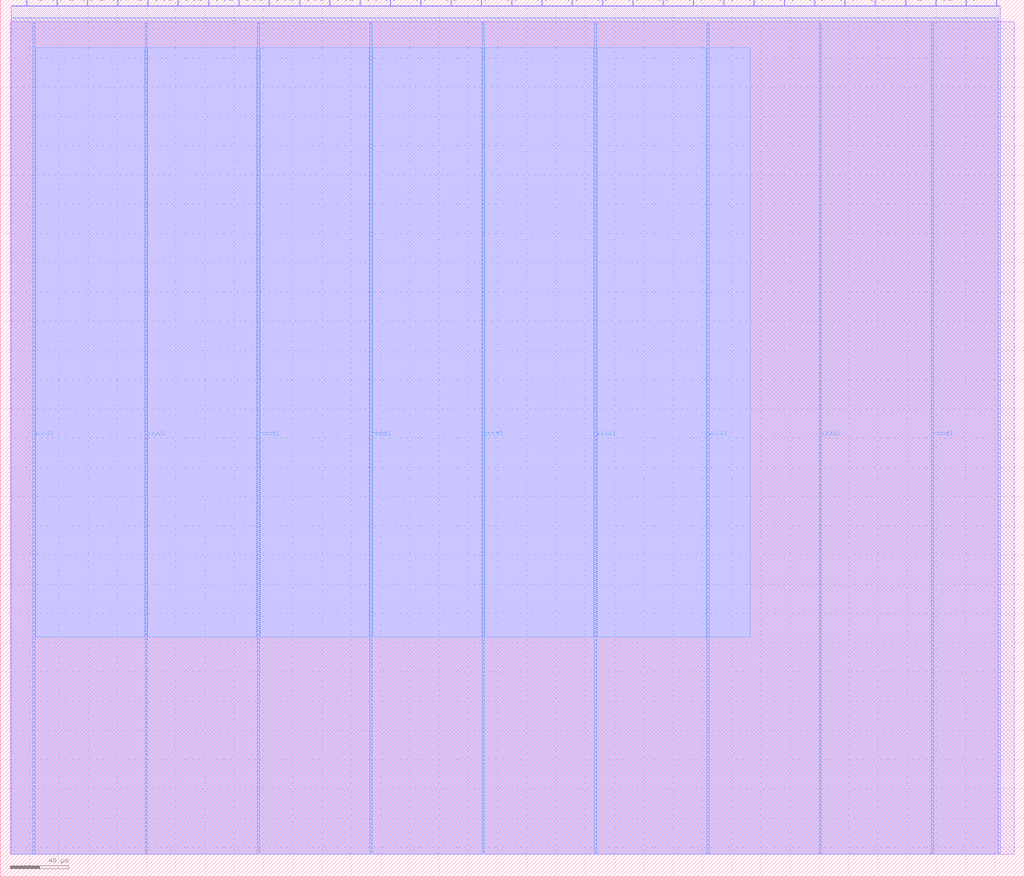
<source format=lef>
VERSION 5.7 ;
  NOWIREEXTENSIONATPIN ON ;
  DIVIDERCHAR "/" ;
  BUSBITCHARS "[]" ;
MACRO matrix_multiply
  CLASS BLOCK ;
  FOREIGN matrix_multiply ;
  ORIGIN 0.000 0.000 ;
  SIZE 700.000 BY 600.000 ;
  PIN clk
    DIRECTION INPUT ;
    USE SIGNAL ;
    PORT
      LAYER Metal2 ;
        RECT 660.240 596.000 660.800 600.000 ;
    END
  END clk
  PIN execute
    DIRECTION INPUT ;
    USE SIGNAL ;
    PORT
      LAYER Metal2 ;
        RECT 680.960 596.000 681.520 600.000 ;
    END
  END execute
  PIN input_val[0]
    DIRECTION INPUT ;
    USE SIGNAL ;
    PORT
      LAYER Metal2 ;
        RECT 80.080 596.000 80.640 600.000 ;
    END
  END input_val[0]
  PIN input_val[1]
    DIRECTION INPUT ;
    USE SIGNAL ;
    PORT
      LAYER Metal2 ;
        RECT 100.800 596.000 101.360 600.000 ;
    END
  END input_val[1]
  PIN input_val[2]
    DIRECTION INPUT ;
    USE SIGNAL ;
    PORT
      LAYER Metal2 ;
        RECT 121.520 596.000 122.080 600.000 ;
    END
  END input_val[2]
  PIN input_val[3]
    DIRECTION INPUT ;
    USE SIGNAL ;
    PORT
      LAYER Metal2 ;
        RECT 142.240 596.000 142.800 600.000 ;
    END
  END input_val[3]
  PIN input_val[4]
    DIRECTION INPUT ;
    USE SIGNAL ;
    PORT
      LAYER Metal2 ;
        RECT 162.960 596.000 163.520 600.000 ;
    END
  END input_val[4]
  PIN input_val[5]
    DIRECTION INPUT ;
    USE SIGNAL ;
    PORT
      LAYER Metal2 ;
        RECT 183.680 596.000 184.240 600.000 ;
    END
  END input_val[5]
  PIN input_val[6]
    DIRECTION INPUT ;
    USE SIGNAL ;
    PORT
      LAYER Metal2 ;
        RECT 204.400 596.000 204.960 600.000 ;
    END
  END input_val[6]
  PIN input_val[7]
    DIRECTION INPUT ;
    USE SIGNAL ;
    PORT
      LAYER Metal2 ;
        RECT 225.120 596.000 225.680 600.000 ;
    END
  END input_val[7]
  PIN reset
    DIRECTION INPUT ;
    USE SIGNAL ;
    PORT
      LAYER Metal2 ;
        RECT 598.080 596.000 598.640 600.000 ;
    END
  END reset
  PIN result[0]
    DIRECTION OUTPUT TRISTATE ;
    USE SIGNAL ;
    PORT
      LAYER Metal2 ;
        RECT 245.840 596.000 246.400 600.000 ;
    END
  END result[0]
  PIN result[10]
    DIRECTION OUTPUT TRISTATE ;
    USE SIGNAL ;
    PORT
      LAYER Metal2 ;
        RECT 453.040 596.000 453.600 600.000 ;
    END
  END result[10]
  PIN result[11]
    DIRECTION OUTPUT TRISTATE ;
    USE SIGNAL ;
    PORT
      LAYER Metal2 ;
        RECT 473.760 596.000 474.320 600.000 ;
    END
  END result[11]
  PIN result[12]
    DIRECTION OUTPUT TRISTATE ;
    USE SIGNAL ;
    PORT
      LAYER Metal2 ;
        RECT 494.480 596.000 495.040 600.000 ;
    END
  END result[12]
  PIN result[13]
    DIRECTION OUTPUT TRISTATE ;
    USE SIGNAL ;
    PORT
      LAYER Metal2 ;
        RECT 515.200 596.000 515.760 600.000 ;
    END
  END result[13]
  PIN result[14]
    DIRECTION OUTPUT TRISTATE ;
    USE SIGNAL ;
    PORT
      LAYER Metal2 ;
        RECT 535.920 596.000 536.480 600.000 ;
    END
  END result[14]
  PIN result[15]
    DIRECTION OUTPUT TRISTATE ;
    USE SIGNAL ;
    PORT
      LAYER Metal2 ;
        RECT 556.640 596.000 557.200 600.000 ;
    END
  END result[15]
  PIN result[16]
    DIRECTION OUTPUT TRISTATE ;
    USE SIGNAL ;
    PORT
      LAYER Metal2 ;
        RECT 577.360 596.000 577.920 600.000 ;
    END
  END result[16]
  PIN result[1]
    DIRECTION OUTPUT TRISTATE ;
    USE SIGNAL ;
    PORT
      LAYER Metal2 ;
        RECT 266.560 596.000 267.120 600.000 ;
    END
  END result[1]
  PIN result[2]
    DIRECTION OUTPUT TRISTATE ;
    USE SIGNAL ;
    PORT
      LAYER Metal2 ;
        RECT 287.280 596.000 287.840 600.000 ;
    END
  END result[2]
  PIN result[3]
    DIRECTION OUTPUT TRISTATE ;
    USE SIGNAL ;
    PORT
      LAYER Metal2 ;
        RECT 308.000 596.000 308.560 600.000 ;
    END
  END result[3]
  PIN result[4]
    DIRECTION OUTPUT TRISTATE ;
    USE SIGNAL ;
    PORT
      LAYER Metal2 ;
        RECT 328.720 596.000 329.280 600.000 ;
    END
  END result[4]
  PIN result[5]
    DIRECTION OUTPUT TRISTATE ;
    USE SIGNAL ;
    PORT
      LAYER Metal2 ;
        RECT 349.440 596.000 350.000 600.000 ;
    END
  END result[5]
  PIN result[6]
    DIRECTION OUTPUT TRISTATE ;
    USE SIGNAL ;
    PORT
      LAYER Metal2 ;
        RECT 370.160 596.000 370.720 600.000 ;
    END
  END result[6]
  PIN result[7]
    DIRECTION OUTPUT TRISTATE ;
    USE SIGNAL ;
    PORT
      LAYER Metal2 ;
        RECT 390.880 596.000 391.440 600.000 ;
    END
  END result[7]
  PIN result[8]
    DIRECTION OUTPUT TRISTATE ;
    USE SIGNAL ;
    PORT
      LAYER Metal2 ;
        RECT 411.600 596.000 412.160 600.000 ;
    END
  END result[8]
  PIN result[9]
    DIRECTION OUTPUT TRISTATE ;
    USE SIGNAL ;
    PORT
      LAYER Metal2 ;
        RECT 432.320 596.000 432.880 600.000 ;
    END
  END result[9]
  PIN sel_in[0]
    DIRECTION INPUT ;
    USE SIGNAL ;
    PORT
      LAYER Metal2 ;
        RECT 17.920 596.000 18.480 600.000 ;
    END
  END sel_in[0]
  PIN sel_in[1]
    DIRECTION INPUT ;
    USE SIGNAL ;
    PORT
      LAYER Metal2 ;
        RECT 38.640 596.000 39.200 600.000 ;
    END
  END sel_in[1]
  PIN sel_in[2]
    DIRECTION INPUT ;
    USE SIGNAL ;
    PORT
      LAYER Metal2 ;
        RECT 59.360 596.000 59.920 600.000 ;
    END
  END sel_in[2]
  PIN sel_out[0]
    DIRECTION INPUT ;
    USE SIGNAL ;
    PORT
      LAYER Metal2 ;
        RECT 618.800 596.000 619.360 600.000 ;
    END
  END sel_out[0]
  PIN sel_out[1]
    DIRECTION INPUT ;
    USE SIGNAL ;
    PORT
      LAYER Metal2 ;
        RECT 639.520 596.000 640.080 600.000 ;
    END
  END sel_out[1]
  PIN vccd1
    DIRECTION INOUT ;
    USE POWER ;
    PORT
      LAYER Metal4 ;
        RECT 22.240 15.380 23.840 584.380 ;
    END
    PORT
      LAYER Metal4 ;
        RECT 175.840 15.380 177.440 584.380 ;
    END
    PORT
      LAYER Metal4 ;
        RECT 329.440 15.380 331.040 584.380 ;
    END
    PORT
      LAYER Metal4 ;
        RECT 483.040 15.380 484.640 584.380 ;
    END
    PORT
      LAYER Metal4 ;
        RECT 636.640 15.380 638.240 584.380 ;
    END
  END vccd1
  PIN vssd1
    DIRECTION INOUT ;
    USE GROUND ;
    PORT
      LAYER Metal4 ;
        RECT 99.040 15.380 100.640 584.380 ;
    END
    PORT
      LAYER Metal4 ;
        RECT 252.640 15.380 254.240 584.380 ;
    END
    PORT
      LAYER Metal4 ;
        RECT 406.240 15.380 407.840 584.380 ;
    END
    PORT
      LAYER Metal4 ;
        RECT 559.840 15.380 561.440 584.380 ;
    END
  END vssd1
  OBS
      LAYER Metal1 ;
        RECT 6.720 15.380 693.280 585.050 ;
      LAYER Metal2 ;
        RECT 7.420 595.700 17.620 596.000 ;
        RECT 18.780 595.700 38.340 596.000 ;
        RECT 39.500 595.700 59.060 596.000 ;
        RECT 60.220 595.700 79.780 596.000 ;
        RECT 80.940 595.700 100.500 596.000 ;
        RECT 101.660 595.700 121.220 596.000 ;
        RECT 122.380 595.700 141.940 596.000 ;
        RECT 143.100 595.700 162.660 596.000 ;
        RECT 163.820 595.700 183.380 596.000 ;
        RECT 184.540 595.700 204.100 596.000 ;
        RECT 205.260 595.700 224.820 596.000 ;
        RECT 225.980 595.700 245.540 596.000 ;
        RECT 246.700 595.700 266.260 596.000 ;
        RECT 267.420 595.700 286.980 596.000 ;
        RECT 288.140 595.700 307.700 596.000 ;
        RECT 308.860 595.700 328.420 596.000 ;
        RECT 329.580 595.700 349.140 596.000 ;
        RECT 350.300 595.700 369.860 596.000 ;
        RECT 371.020 595.700 390.580 596.000 ;
        RECT 391.740 595.700 411.300 596.000 ;
        RECT 412.460 595.700 432.020 596.000 ;
        RECT 433.180 595.700 452.740 596.000 ;
        RECT 453.900 595.700 473.460 596.000 ;
        RECT 474.620 595.700 494.180 596.000 ;
        RECT 495.340 595.700 514.900 596.000 ;
        RECT 516.060 595.700 535.620 596.000 ;
        RECT 536.780 595.700 556.340 596.000 ;
        RECT 557.500 595.700 577.060 596.000 ;
        RECT 578.220 595.700 597.780 596.000 ;
        RECT 598.940 595.700 618.500 596.000 ;
        RECT 619.660 595.700 639.220 596.000 ;
        RECT 640.380 595.700 659.940 596.000 ;
        RECT 661.100 595.700 680.660 596.000 ;
        RECT 681.820 595.700 683.620 596.000 ;
        RECT 7.420 15.490 683.620 595.700 ;
      LAYER Metal3 ;
        RECT 7.370 15.540 682.550 587.860 ;
      LAYER Metal4 ;
        RECT 24.220 164.170 98.740 567.190 ;
        RECT 100.940 164.170 175.540 567.190 ;
        RECT 177.740 164.170 252.340 567.190 ;
        RECT 254.540 164.170 329.140 567.190 ;
        RECT 331.340 164.170 405.940 567.190 ;
        RECT 408.140 164.170 482.740 567.190 ;
        RECT 484.940 164.170 512.820 567.190 ;
  END
END matrix_multiply
END LIBRARY


</source>
